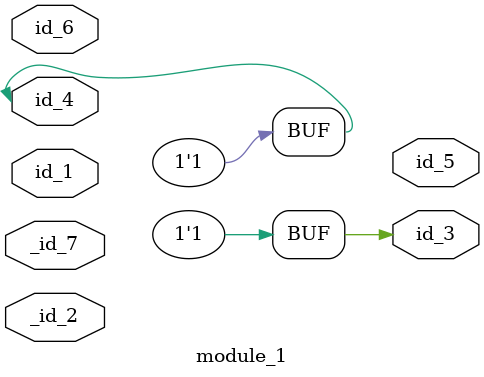
<source format=v>
module module_0 ();
  wire id_1;
endmodule
module module_1 #(
    parameter id_2 = 32'd67,
    parameter id_7 = 32'd29
) (
    id_1,
    _id_2,
    id_3,
    id_4,
    id_5,
    id_6,
    _id_7
);
  input wire _id_7;
  inout wire id_6;
  output wire id_5;
  inout wire id_4;
  output reg id_3;
  inout wire _id_2;
  module_0 modCall_1 ();
  input wire id_1;
  always id_3 <= id_1;
  assign id_3 = 1;
  assign id_4 = id_2;
  wire [1 : 1] id_8;
  wire [id_7 : 1  ?  -1 : -1  <  id_2] id_9;
  wire id_10;
  ;
endmodule

</source>
